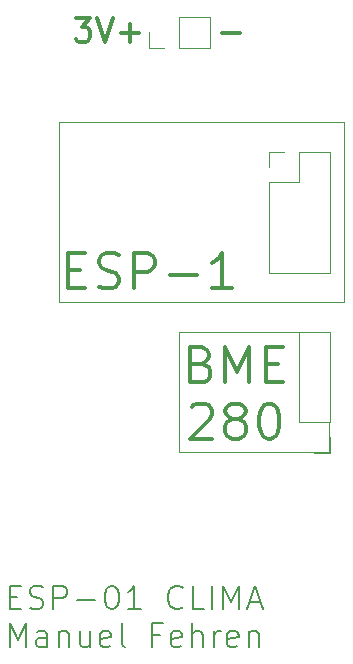
<source format=gbr>
G04 #@! TF.GenerationSoftware,KiCad,Pcbnew,(5.1.4)-1*
G04 #@! TF.CreationDate,2019-09-04T19:32:59+02:00*
G04 #@! TF.ProjectId,Clima-PCB,436c696d-612d-4504-9342-2e6b69636164,rev?*
G04 #@! TF.SameCoordinates,Original*
G04 #@! TF.FileFunction,Legend,Top*
G04 #@! TF.FilePolarity,Positive*
%FSLAX46Y46*%
G04 Gerber Fmt 4.6, Leading zero omitted, Abs format (unit mm)*
G04 Created by KiCad (PCBNEW (5.1.4)-1) date 2019-09-04 19:32:59*
%MOMM*%
%LPD*%
G04 APERTURE LIST*
%ADD10C,0.200000*%
%ADD11C,0.300000*%
%ADD12C,0.120000*%
G04 APERTURE END LIST*
D10*
X143098571Y-110017142D02*
X143765238Y-110017142D01*
X144050952Y-111064761D02*
X143098571Y-111064761D01*
X143098571Y-109064761D01*
X144050952Y-109064761D01*
X144812857Y-110969523D02*
X145098571Y-111064761D01*
X145574761Y-111064761D01*
X145765238Y-110969523D01*
X145860476Y-110874285D01*
X145955714Y-110683809D01*
X145955714Y-110493333D01*
X145860476Y-110302857D01*
X145765238Y-110207619D01*
X145574761Y-110112380D01*
X145193809Y-110017142D01*
X145003333Y-109921904D01*
X144908095Y-109826666D01*
X144812857Y-109636190D01*
X144812857Y-109445714D01*
X144908095Y-109255238D01*
X145003333Y-109160000D01*
X145193809Y-109064761D01*
X145670000Y-109064761D01*
X145955714Y-109160000D01*
X146812857Y-111064761D02*
X146812857Y-109064761D01*
X147574761Y-109064761D01*
X147765238Y-109160000D01*
X147860476Y-109255238D01*
X147955714Y-109445714D01*
X147955714Y-109731428D01*
X147860476Y-109921904D01*
X147765238Y-110017142D01*
X147574761Y-110112380D01*
X146812857Y-110112380D01*
X148812857Y-110302857D02*
X150336666Y-110302857D01*
X151670000Y-109064761D02*
X151860476Y-109064761D01*
X152050952Y-109160000D01*
X152146190Y-109255238D01*
X152241428Y-109445714D01*
X152336666Y-109826666D01*
X152336666Y-110302857D01*
X152241428Y-110683809D01*
X152146190Y-110874285D01*
X152050952Y-110969523D01*
X151860476Y-111064761D01*
X151670000Y-111064761D01*
X151479523Y-110969523D01*
X151384285Y-110874285D01*
X151289047Y-110683809D01*
X151193809Y-110302857D01*
X151193809Y-109826666D01*
X151289047Y-109445714D01*
X151384285Y-109255238D01*
X151479523Y-109160000D01*
X151670000Y-109064761D01*
X154241428Y-111064761D02*
X153098571Y-111064761D01*
X153670000Y-111064761D02*
X153670000Y-109064761D01*
X153479523Y-109350476D01*
X153289047Y-109540952D01*
X153098571Y-109636190D01*
X157765238Y-110874285D02*
X157670000Y-110969523D01*
X157384285Y-111064761D01*
X157193809Y-111064761D01*
X156908095Y-110969523D01*
X156717619Y-110779047D01*
X156622380Y-110588571D01*
X156527142Y-110207619D01*
X156527142Y-109921904D01*
X156622380Y-109540952D01*
X156717619Y-109350476D01*
X156908095Y-109160000D01*
X157193809Y-109064761D01*
X157384285Y-109064761D01*
X157670000Y-109160000D01*
X157765238Y-109255238D01*
X159574761Y-111064761D02*
X158622380Y-111064761D01*
X158622380Y-109064761D01*
X160241428Y-111064761D02*
X160241428Y-109064761D01*
X161193809Y-111064761D02*
X161193809Y-109064761D01*
X161860476Y-110493333D01*
X162527142Y-109064761D01*
X162527142Y-111064761D01*
X163384285Y-110493333D02*
X164336666Y-110493333D01*
X163193809Y-111064761D02*
X163860476Y-109064761D01*
X164527142Y-111064761D01*
X143146190Y-114264761D02*
X143146190Y-112264761D01*
X143812857Y-113693333D01*
X144479523Y-112264761D01*
X144479523Y-114264761D01*
X146289047Y-114264761D02*
X146289047Y-113217142D01*
X146193809Y-113026666D01*
X146003333Y-112931428D01*
X145622380Y-112931428D01*
X145431904Y-113026666D01*
X146289047Y-114169523D02*
X146098571Y-114264761D01*
X145622380Y-114264761D01*
X145431904Y-114169523D01*
X145336666Y-113979047D01*
X145336666Y-113788571D01*
X145431904Y-113598095D01*
X145622380Y-113502857D01*
X146098571Y-113502857D01*
X146289047Y-113407619D01*
X147241428Y-112931428D02*
X147241428Y-114264761D01*
X147241428Y-113121904D02*
X147336666Y-113026666D01*
X147527142Y-112931428D01*
X147812857Y-112931428D01*
X148003333Y-113026666D01*
X148098571Y-113217142D01*
X148098571Y-114264761D01*
X149908095Y-112931428D02*
X149908095Y-114264761D01*
X149050952Y-112931428D02*
X149050952Y-113979047D01*
X149146190Y-114169523D01*
X149336666Y-114264761D01*
X149622380Y-114264761D01*
X149812857Y-114169523D01*
X149908095Y-114074285D01*
X151622380Y-114169523D02*
X151431904Y-114264761D01*
X151050952Y-114264761D01*
X150860476Y-114169523D01*
X150765238Y-113979047D01*
X150765238Y-113217142D01*
X150860476Y-113026666D01*
X151050952Y-112931428D01*
X151431904Y-112931428D01*
X151622380Y-113026666D01*
X151717619Y-113217142D01*
X151717619Y-113407619D01*
X150765238Y-113598095D01*
X152860476Y-114264761D02*
X152670000Y-114169523D01*
X152574761Y-113979047D01*
X152574761Y-112264761D01*
X155812857Y-113217142D02*
X155146190Y-113217142D01*
X155146190Y-114264761D02*
X155146190Y-112264761D01*
X156098571Y-112264761D01*
X157622380Y-114169523D02*
X157431904Y-114264761D01*
X157050952Y-114264761D01*
X156860476Y-114169523D01*
X156765238Y-113979047D01*
X156765238Y-113217142D01*
X156860476Y-113026666D01*
X157050952Y-112931428D01*
X157431904Y-112931428D01*
X157622380Y-113026666D01*
X157717619Y-113217142D01*
X157717619Y-113407619D01*
X156765238Y-113598095D01*
X158574761Y-114264761D02*
X158574761Y-112264761D01*
X159431904Y-114264761D02*
X159431904Y-113217142D01*
X159336666Y-113026666D01*
X159146190Y-112931428D01*
X158860476Y-112931428D01*
X158670000Y-113026666D01*
X158574761Y-113121904D01*
X160384285Y-114264761D02*
X160384285Y-112931428D01*
X160384285Y-113312380D02*
X160479523Y-113121904D01*
X160574761Y-113026666D01*
X160765238Y-112931428D01*
X160955714Y-112931428D01*
X162384285Y-114169523D02*
X162193809Y-114264761D01*
X161812857Y-114264761D01*
X161622380Y-114169523D01*
X161527142Y-113979047D01*
X161527142Y-113217142D01*
X161622380Y-113026666D01*
X161812857Y-112931428D01*
X162193809Y-112931428D01*
X162384285Y-113026666D01*
X162479523Y-113217142D01*
X162479523Y-113407619D01*
X161527142Y-113598095D01*
X163336666Y-112931428D02*
X163336666Y-114264761D01*
X163336666Y-113121904D02*
X163431904Y-113026666D01*
X163622380Y-112931428D01*
X163908095Y-112931428D01*
X164098571Y-113026666D01*
X164193809Y-113217142D01*
X164193809Y-114264761D01*
D11*
X159375188Y-90289326D02*
X159803759Y-90432183D01*
X159946616Y-90575040D01*
X160089473Y-90860754D01*
X160089473Y-91289326D01*
X159946616Y-91575040D01*
X159803759Y-91717897D01*
X159518045Y-91860754D01*
X158375188Y-91860754D01*
X158375188Y-88860754D01*
X159375188Y-88860754D01*
X159660902Y-89003612D01*
X159803759Y-89146469D01*
X159946616Y-89432183D01*
X159946616Y-89717897D01*
X159803759Y-90003612D01*
X159660902Y-90146469D01*
X159375188Y-90289326D01*
X158375188Y-90289326D01*
X161375188Y-91860754D02*
X161375188Y-88860754D01*
X162375188Y-91003612D01*
X163375188Y-88860754D01*
X163375188Y-91860754D01*
X164803759Y-90289326D02*
X165803759Y-90289326D01*
X166232331Y-91860754D02*
X164803759Y-91860754D01*
X164803759Y-88860754D01*
X166232331Y-88860754D01*
X158518045Y-93946469D02*
X158660902Y-93803612D01*
X158946616Y-93660754D01*
X159660902Y-93660754D01*
X159946616Y-93803612D01*
X160089473Y-93946469D01*
X160232331Y-94232183D01*
X160232331Y-94517897D01*
X160089473Y-94946469D01*
X158375188Y-96660754D01*
X160232331Y-96660754D01*
X161946616Y-94946469D02*
X161660902Y-94803612D01*
X161518045Y-94660754D01*
X161375188Y-94375040D01*
X161375188Y-94232183D01*
X161518045Y-93946469D01*
X161660902Y-93803612D01*
X161946616Y-93660754D01*
X162518045Y-93660754D01*
X162803759Y-93803612D01*
X162946616Y-93946469D01*
X163089473Y-94232183D01*
X163089473Y-94375040D01*
X162946616Y-94660754D01*
X162803759Y-94803612D01*
X162518045Y-94946469D01*
X161946616Y-94946469D01*
X161660902Y-95089326D01*
X161518045Y-95232183D01*
X161375188Y-95517897D01*
X161375188Y-96089326D01*
X161518045Y-96375040D01*
X161660902Y-96517897D01*
X161946616Y-96660754D01*
X162518045Y-96660754D01*
X162803759Y-96517897D01*
X162946616Y-96375040D01*
X163089473Y-96089326D01*
X163089473Y-95517897D01*
X162946616Y-95232183D01*
X162803759Y-95089326D01*
X162518045Y-94946469D01*
X164946616Y-93660754D02*
X165232331Y-93660754D01*
X165518045Y-93803612D01*
X165660902Y-93946469D01*
X165803759Y-94232183D01*
X165946616Y-94803612D01*
X165946616Y-95517897D01*
X165803759Y-96089326D01*
X165660902Y-96375040D01*
X165518045Y-96517897D01*
X165232331Y-96660754D01*
X164946616Y-96660754D01*
X164660902Y-96517897D01*
X164518045Y-96375040D01*
X164375188Y-96089326D01*
X164232331Y-95517897D01*
X164232331Y-94803612D01*
X164375188Y-94232183D01*
X164518045Y-93946469D01*
X164660902Y-93803612D01*
X164946616Y-93660754D01*
D12*
X170180000Y-97790000D02*
X170180000Y-95250000D01*
X157480000Y-97790000D02*
X170180000Y-97790000D01*
X157480000Y-87630000D02*
X157480000Y-97790000D01*
X170240000Y-87570000D02*
X157480000Y-87630000D01*
X171450000Y-85090000D02*
X171450000Y-69850000D01*
X147320000Y-85090000D02*
X171450000Y-85090000D01*
X147320000Y-83820000D02*
X147320000Y-85090000D01*
X147320000Y-69850000D02*
X147320000Y-83820000D01*
X171450000Y-69850000D02*
X147320000Y-69850000D01*
X170240000Y-97850000D02*
X168910000Y-97850000D01*
X170240000Y-96520000D02*
X170240000Y-97850000D01*
X170240000Y-95250000D02*
X167580000Y-95250000D01*
X167580000Y-95250000D02*
X167580000Y-87570000D01*
X170240000Y-95250000D02*
X170240000Y-87570000D01*
X170240000Y-87570000D02*
X167580000Y-87570000D01*
X154880000Y-63560000D02*
X154880000Y-62230000D01*
X156210000Y-63560000D02*
X154880000Y-63560000D01*
X157480000Y-63560000D02*
X157480000Y-60900000D01*
X157480000Y-60900000D02*
X160080000Y-60900000D01*
X157480000Y-63560000D02*
X160080000Y-63560000D01*
X160080000Y-63560000D02*
X160080000Y-60900000D01*
X165040000Y-82610000D02*
X170240000Y-82610000D01*
X165040000Y-74930000D02*
X165040000Y-82610000D01*
X170240000Y-72330000D02*
X170240000Y-82610000D01*
X165040000Y-74930000D02*
X167640000Y-74930000D01*
X167640000Y-74930000D02*
X167640000Y-72330000D01*
X167640000Y-72330000D02*
X170240000Y-72330000D01*
X165040000Y-73660000D02*
X165040000Y-72330000D01*
X165040000Y-72330000D02*
X166370000Y-72330000D01*
D11*
X148678925Y-61015006D02*
X149917021Y-61015006D01*
X149250354Y-61776911D01*
X149536068Y-61776911D01*
X149726545Y-61872149D01*
X149821783Y-61967387D01*
X149917021Y-62157864D01*
X149917021Y-62634054D01*
X149821783Y-62824530D01*
X149726545Y-62919768D01*
X149536068Y-63015006D01*
X148964640Y-63015006D01*
X148774164Y-62919768D01*
X148678925Y-62824530D01*
X150488449Y-61015006D02*
X151155116Y-63015006D01*
X151821783Y-61015006D01*
X152488449Y-62253102D02*
X154012259Y-62253102D01*
X153250354Y-63015006D02*
X153250354Y-61491197D01*
X161059878Y-62253102D02*
X162583687Y-62253102D01*
X148082857Y-82335714D02*
X149082857Y-82335714D01*
X149511428Y-83907142D02*
X148082857Y-83907142D01*
X148082857Y-80907142D01*
X149511428Y-80907142D01*
X150654285Y-83764285D02*
X151082857Y-83907142D01*
X151797142Y-83907142D01*
X152082857Y-83764285D01*
X152225714Y-83621428D01*
X152368571Y-83335714D01*
X152368571Y-83050000D01*
X152225714Y-82764285D01*
X152082857Y-82621428D01*
X151797142Y-82478571D01*
X151225714Y-82335714D01*
X150940000Y-82192857D01*
X150797142Y-82050000D01*
X150654285Y-81764285D01*
X150654285Y-81478571D01*
X150797142Y-81192857D01*
X150940000Y-81050000D01*
X151225714Y-80907142D01*
X151940000Y-80907142D01*
X152368571Y-81050000D01*
X153654285Y-83907142D02*
X153654285Y-80907142D01*
X154797142Y-80907142D01*
X155082857Y-81050000D01*
X155225714Y-81192857D01*
X155368571Y-81478571D01*
X155368571Y-81907142D01*
X155225714Y-82192857D01*
X155082857Y-82335714D01*
X154797142Y-82478571D01*
X153654285Y-82478571D01*
X156654285Y-82764285D02*
X158940000Y-82764285D01*
X161940000Y-83907142D02*
X160225714Y-83907142D01*
X161082857Y-83907142D02*
X161082857Y-80907142D01*
X160797142Y-81335714D01*
X160511428Y-81621428D01*
X160225714Y-81764285D01*
M02*

</source>
